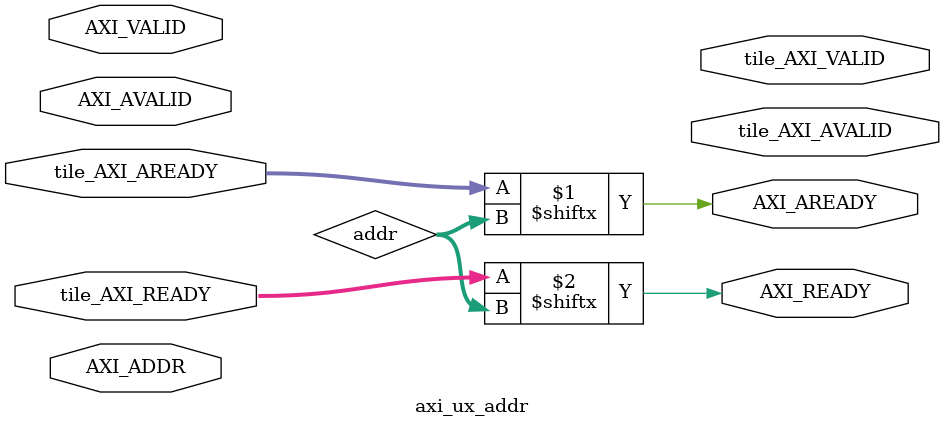
<source format=sv>


module axi_ux_addr#(
   parameter AXI_INADR = 12,
   parameter ADDR_TILE  = 4,
   parameter TILES      = 16
)(
   //- From AXI to controller
   input  logic [AXI_INADR-1:0] AXI_ADDR,  //- Address bus
   input  logic                 AXI_AVALID,
   output logic                 AXI_AREADY,
   input  logic                 AXI_VALID,  //- Write data bus
   output logic                 AXI_READY,
   //- From controller to Tiles
   input  logic    [TILES-1:0] tile_AXI_AREADY, // AWREADY, ARREADY
   input  logic    [TILES-1:0] tile_AXI_READY,  // WREADY, RREADY,
   output logic    [TILES-1:0] tile_AXI_AVALID,
   output logic    [TILES-1:0] tile_AXI_VALID
);


logic [ADDR_TILE-1:0] addr;
assign AXI_AREADY = tile_AXI_AREADY[addr];
assign AXI_READY  = tile_AXI_READY[addr];

`include "axi_ux_addr_var.vh"

endmodule

</source>
